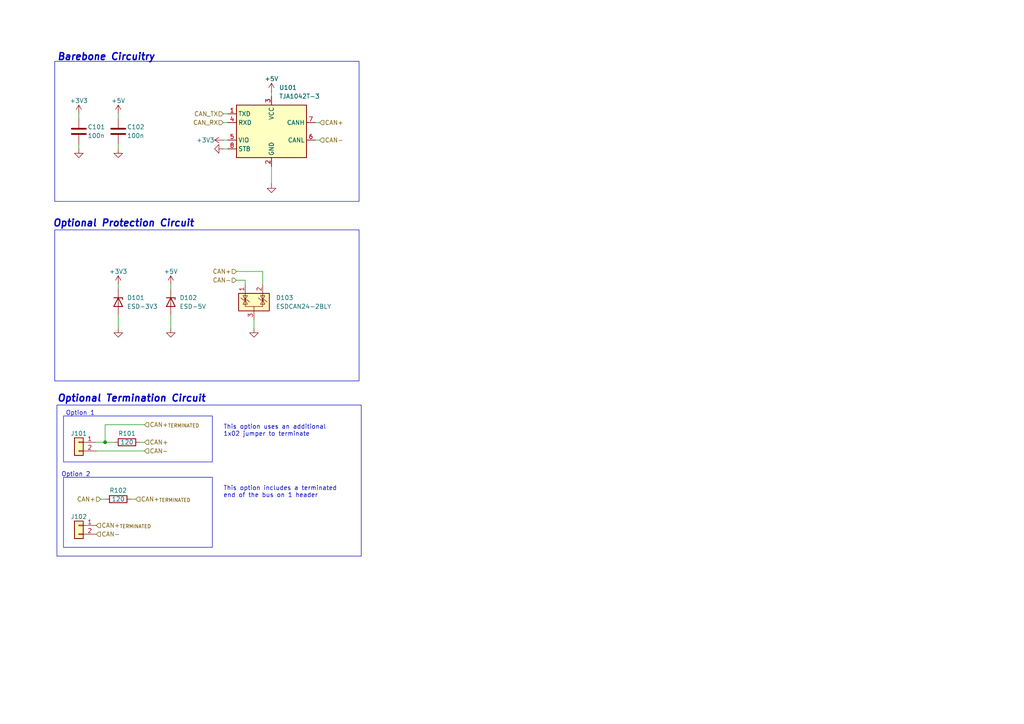
<source format=kicad_sch>
(kicad_sch (version 20231120) (generator "eeschema") (generator_version "8.0")
  (paper "A4")
  (title_block (title "TJA1042T") (date "2024-11-01") (rev "1") (company "Scott CJX"))
  (lib_symbols
    (symbol "Connector_Generic:Conn_01x02" (pin_names (offset 1.016) hide)
      (property "Reference" "J" (at 0 2.54 0))
      (property "Value" "Conn_01x02" (at 0 -5.08 0))
      (symbol "Conn_01x02_1_1"
        (rectangle (start -1.27 -2.413) (end 0 -2.667) (stroke (width 0.1524)))
        (rectangle (start -1.27 0.127) (end 0 -0.127) (stroke (width 0.1524)))
        (rectangle (start -1.27 1.27) (end 1.27 -3.81) (stroke (width 0.254)) (fill (type background)))
        (pin passive line (at -5.08 0 0) (length 3.81) (name "Pin_1") (number "1"))
        (pin passive line (at -5.08 -2.54 0) (length 3.81) (name "Pin_2") (number "2"))
      )
    )
    (symbol "Device:D_Zener" (pin_numbers hide) (pin_names (offset 1.016) hide)
      (property "Reference" "D" (at 0 2.54 0))
      (property "Value" "D_Zener" (at 0 -2.54 0))
      (symbol "D_Zener_0_1"
        (polyline (pts (xy 1.27 0) (xy -1.27 0)))
        (polyline (pts (xy -1.27 -1.27) (xy -1.27 1.27) (xy -0.762 1.27)) (stroke (width 0.254)))
        (polyline (pts (xy 1.27 -1.27) (xy 1.27 1.27) (xy -1.27 0) (xy 1.27 -1.27)) (stroke (width 0.254)))
      )
      (symbol "D_Zener_1_1"
        (pin passive line (at -3.81 0 0) (length 2.54) (name "K") (number "1"))
        (pin passive line (at 3.81 0 180) (length 2.54) (name "A") (number "2"))
      )
    )
    (symbol "Device:R" (pin_numbers hide) (pin_names (offset 0))
      (property "Reference" "R" (at 2.032 0 90))
      (property "Value" "R" (at 0 0 90))
      (symbol "R_0_1"
        (rectangle (start -1.016 -2.54) (end 1.016 2.54) (stroke (width 0.254)))
      )
      (symbol "R_1_1"
        (pin passive line (at 0 3.81 270) (length 1.27) (name "~") (number "1"))
        (pin passive line (at 0 -3.81 90) (length 1.27) (name "~") (number "2"))
      )
    )
    (symbol "Interface_CAN_LIN:TJA1042T-3"
      (property "Reference" "U" (at -10.16 8.89 0))
      (property "Value" "TJA1042T-3" (at 1.27 8.89 0))
      (symbol "TJA1042T-3_0_1"
        (rectangle (start -10.16 7.62) (end 10.16 -7.62) (stroke (width 0.254)) (fill (type background)))
      )
      (symbol "TJA1042T-3_1_1"
        (pin input line (at -12.7 5.08 0) (length 2.54) (name "TXD") (number "1"))
        (pin power_in line (at 0 -10.16 90) (length 2.54) (name "GND") (number "2"))
        (pin power_in line (at 0 10.16 270) (length 2.54) (name "VCC") (number "3"))
        (pin output line (at -12.7 2.54 0) (length 2.54) (name "RXD") (number "4"))
        (pin power_in line (at -12.7 -2.54 0) (length 2.54) (name "VIO") (number "5"))
        (pin bidirectional line (at 12.7 -2.54 180) (length 2.54) (name "CANL") (number "6"))
        (pin bidirectional line (at 12.7 2.54 180) (length 2.54) (name "CANH") (number "7"))
        (pin input line (at -12.7 -5.08 0) (length 2.54) (name "STB") (number "8"))
      )
    )
    (symbol "Power_Protection:NUP2105L" (pin_names hide)
      (property "Reference" "D" (at 5.715 2.54 0))
      (property "Value" "NUP2105L" (at 5.715 0.635 0))
      (symbol "NUP2105L_0_0"
        (pin passive line (at 0 -5.08 90) (length 2.54) (name "A") (number "3"))
      )
      (symbol "NUP2105L_0_1"
        (rectangle (start -4.445 2.54) (end 4.445 -2.54) (stroke (width 0.254)) (fill (type background)))
        (polyline (pts (xy -2.54 2.54) (xy -2.54 0.635)))
        (polyline (pts (xy 0 -1.27) (xy 0 -2.54)))
        (polyline (pts (xy 2.54 2.54) (xy 2.54 0.635)))
        (polyline (pts (xy -3.81 1.27) (xy -3.175 0.635) (xy -1.905 0.635) (xy -1.27 0)))
        (polyline (pts (xy -2.54 0.635) (xy -2.54 -1.27) (xy 2.54 -1.27) (xy 2.54 0.635)))
        (polyline (pts (xy -2.54 0.635) (xy -1.905 -0.635) (xy -3.175 -0.635) (xy -2.54 0.635)))
        (polyline (pts (xy 2.54 0.635) (xy 1.905 -0.635) (xy 3.175 -0.635) (xy 2.54 0.635)))
        (polyline (pts (xy 2.54 0.635) (xy 3.175 1.905) (xy 1.905 1.905) (xy 2.54 0.635)))
        (polyline (pts (xy -2.54 0.635) (xy -3.175 1.905) (xy -1.905 1.905) (xy -2.54 0.635) (xy -2.54 1.27)))
        (polyline (pts (xy 1.27 1.27) (xy 1.905 0.635) (xy 2.54 0.635) (xy 3.175 0.635) (xy 3.81 0)))
      )
      (symbol "NUP2105L_1_1"
        (pin passive line (at -2.54 5.08 270) (length 2.54) (name "K") (number "1"))
        (pin passive line (at 2.54 5.08 270) (length 2.54) (name "K") (number "2"))
      )
    )
    (symbol "power:+3V3" (power) (pin_numbers hide) (pin_names (offset 0) hide)
      (property "Value" "+3V3" (at 0 3.556 0))
      (symbol "+3V3_0_1"
        (polyline (pts (xy -0.762 1.27) (xy 0 2.54)))
        (polyline (pts (xy 0 0) (xy 0 2.54)))
        (polyline (pts (xy 0 2.54) (xy 0.762 1.27)))
      )
      (symbol "+3V3_1_1"
        (pin power_in line (at 0 0 90) (length 0) (name "~") (number "1"))
      )
    )
    (symbol "power:+5V" (power) (pin_numbers hide) (pin_names (offset 0) hide)
      (property "Value" "+5V" (at 0 3.556 0))
      (symbol "+5V_0_1"
        (polyline (pts (xy -0.762 1.27) (xy 0 2.54)))
        (polyline (pts (xy 0 0) (xy 0 2.54)))
        (polyline (pts (xy 0 2.54) (xy 0.762 1.27)))
      )
      (symbol "+5V_1_1"
        (pin power_in line (at 0 0 90) (length 0) (name "~") (number "1"))
      )
    )
    (symbol "power:GND" (power) (pin_numbers hide) (pin_names (offset 0) hide)
      (property "Value" "GND" (at 0 -3.81 0))
      (symbol "GND_0_1"
        (polyline (pts (xy 0 0) (xy 0 -1.27) (xy 1.27 -1.27) (xy 0 -2.54) (xy -1.27 -1.27) (xy 0 -1.27)))
      )
      (symbol "GND_1_1"
        (pin power_in line (at 0 0 270) (length 0) (name "~") (number "1"))
      )
    )
    (symbol "scottcjx-common-parts:100n" (pin_numbers hide) (pin_names (offset 0.254))
      (property "Reference" "C" (at 0.635 2.54 0))
      (property "Value" "100n" (at 0.635 -2.54 0))
      (symbol "100n_0_1"
        (polyline (pts (xy -2.032 -0.762) (xy 2.032 -0.762)) (stroke (width 0.508)))
        (polyline (pts (xy -2.032 0.762) (xy 2.032 0.762)) (stroke (width 0.508)))
      )
      (symbol "100n_1_1"
        (pin passive line (at 0 3.81 270) (length 2.794) (name "~") (number "1"))
        (pin passive line (at 0 -3.81 90) (length 2.794) (name "~") (number "2"))
      )
    )
  )
  (junction (at 30.48 128.27))
  (wire (pts (xy 38.1 144.78) (xy 39.37 144.78)))
  (wire (pts (xy 29.21 144.78) (xy 30.48 144.78)))
  (wire (pts (xy 30.48 123.19) (xy 30.48 128.27)))
  (wire (pts (xy 49.53 82.55) (xy 49.53 83.82)))
  (wire (pts (xy 66.04 33.02) (xy 64.77 33.02)))
  (wire (pts (xy 68.58 78.74) (xy 76.2 78.74)))
  (wire (pts (xy 76.2 78.74) (xy 76.2 82.55)))
  (wire (pts (xy 78.74 53.34) (xy 78.74 48.26)))
  (wire (pts (xy 33.02 128.27) (xy 30.48 128.27)))
  (wire (pts (xy 49.53 91.44) (xy 49.53 95.25)))
  (wire (pts (xy 73.66 92.71) (xy 73.66 95.25)))
  (wire (pts (xy 22.86 41.91) (xy 22.86 43.18)))
  (wire (pts (xy 91.44 40.64) (xy 92.71 40.64)))
  (wire (pts (xy 34.29 33.02) (xy 34.29 34.29)))
  (wire (pts (xy 66.04 35.56) (xy 64.77 35.56)))
  (wire (pts (xy 27.94 130.81) (xy 41.91 130.81)))
  (wire (pts (xy 64.77 43.18) (xy 66.04 43.18)))
  (wire (pts (xy 34.29 91.44) (xy 34.29 95.25)))
  (wire (pts (xy 64.77 40.64) (xy 66.04 40.64)))
  (wire (pts (xy 30.48 128.27) (xy 27.94 128.27)))
  (wire (pts (xy 71.12 81.28) (xy 71.12 82.55)))
  (wire (pts (xy 68.58 81.28) (xy 71.12 81.28)))
  (wire (pts (xy 78.74 26.67) (xy 78.74 27.94)))
  (wire (pts (xy 34.29 41.91) (xy 34.29 43.18)))
  (wire (pts (xy 22.86 33.02) (xy 22.86 34.29)))
  (wire (pts (xy 40.64 128.27) (xy 41.91 128.27)))
  (wire (pts (xy 91.44 35.56) (xy 92.71 35.56)))
  (wire (pts (xy 41.91 123.19) (xy 30.48 123.19)))
  (wire (pts (xy 34.29 82.55) (xy 34.29 83.82)))
  (rectangle (start 16.51 117.475) (end 104.775 161.29))
  (rectangle (start 15.875 66.675) (end 104.14 110.49))
  (rectangle (start 18.415 138.43) (end 61.595 158.75))
  (rectangle (start 15.875 17.78) (end 104.14 58.42))
  (rectangle (start 18.415 120.65) (end 61.595 133.985))
  (text "This option uses an additional \n1x02 jumper to terminate" (at 64.77 123.19 0) (effects (font (size 1.27 1.27)) (justify left top)))
  (text "Option 2" (at 17.78 138.43 0) (effects (font (size 1.27 1.27)) (justify left bottom)))
  (text "Option 1" (at 19.05 120.65 0) (effects (font (size 1.27 1.27)) (justify left bottom)))
  (text "This option includes a terminated \nend of the bus on 1 header" (at 64.77 140.97 0) (effects (font (size 1.27 1.27)) (justify left top)))
  (text "Optional Protection Circuit" (at 15.24 66.04 0) (effects (font (size 2 2) (thickness 0.4) (bold yes) (italic yes)) (justify left bottom)))
  (text "Barebone Circuitry" (at 16.51 17.78 0) (effects (font (size 2 2) (thickness 0.4) (bold yes) (italic yes)) (justify left bottom)))
  (text "Optional Termination Circuit" (at 16.51 116.84 0) (effects (font (size 2 2) (thickness 0.4) (bold yes) (italic yes)) (justify left bottom)))
  (hierarchical_label "CAN-" (shape input) (at 68.58 81.28 180))
  (hierarchical_label "CAN-" (shape input) (at 92.71 40.64 0))
  (hierarchical_label "CAN+" (shape input) (at 29.21 144.78 180))
  (hierarchical_label "CAN+" (shape input) (at 41.91 128.27 0))
  (hierarchical_label "CAN+_{TERMINATED}" (shape input) (at 39.37 144.78 0))
  (hierarchical_label "CAN+_{TERMINATED}" (shape input) (at 27.94 152.4 0))
  (hierarchical_label "CAN+_{TERMINATED}" (shape input) (at 41.91 123.19 0))
  (hierarchical_label "CAN_RX" (shape input) (at 64.77 35.56 180))
  (hierarchical_label "CAN_TX" (shape input) (at 64.77 33.02 180))
  (hierarchical_label "CAN+" (shape input) (at 68.58 78.74 180))
  (hierarchical_label "CAN+" (shape input) (at 92.71 35.56 0))
  (hierarchical_label "CAN-" (shape input) (at 27.94 154.94 0))
  (hierarchical_label "CAN-" (shape input) (at 41.91 130.81 0))
  (symbol (lib_id "power:GND") (at 73.66 95.25 0) (unit 1)
    (property "Reference" "#PWR0113" (effects (hide yes)))
    (property "Value" "GND" (effects (hide yes)))
    (property "Description" "Power symbol creates a global label with name \"GND\" , ground" (effects (hide yes)))
  )
  (symbol (lib_id "scottcjx-common-parts:100n") (at 34.29 38.1 0) (unit 1)
    (property "Reference" "C102" (at 36.83 36.83 0) (effects (justify left)))
    (property "Value" "100n" (at 36.83 39.37 0) (effects (justify left)))
    (property "Description" "Unpolarized capacitor" (effects (hide yes)))
  )
  (symbol (lib_id "power:GND") (at 78.74 53.34 0) (unit 1)
    (property "Reference" "#PWR0108" (effects (hide yes)))
    (property "Value" "GND" (effects (hide yes)))
    (property "Description" "Power symbol creates a global label with name \"GND\" , ground" (effects (hide yes)))
  )
  (symbol (lib_id "power:GND") (at 34.29 95.25 0) (unit 1)
    (property "Reference" "#PWR0111" (effects (hide yes)))
    (property "Value" "GND" (effects (hide yes)))
    (property "Description" "Power symbol creates a global label with name \"GND\" , ground" (effects (hide yes)))
  )
  (symbol (lib_id "Device:D_Zener") (at 49.53 87.63 270) (unit 1)
    (property "Reference" "D102" (at 52.07 86.36 90) (effects (justify left)))
    (property "Value" "ESD-5V" (at 52.07 88.9 90) (effects (justify left)))
    (property "Description" "Zener diode" (effects (hide yes)))
  )
  (symbol (lib_id "power:GND") (at 49.53 95.25 0) (unit 1)
    (property "Reference" "#PWR0112" (effects (hide yes)))
    (property "Value" "GND" (effects (hide yes)))
    (property "Description" "Power symbol creates a global label with name \"GND\" , ground" (effects (hide yes)))
  )
  (symbol (lib_id "Connector_Generic:Conn_01x02") (at 22.86 128.27 0) (mirror y) (unit 1)
    (property "Reference" "J101" (at 22.86 125.73 0))
    (property "Value" "Conn_01x02" (effects (hide yes)))
    (property "Description" "Generic connector, single row, 01x02, script generated (kicad-library-utils/schlib/autogen/connector/)" (effects (hide yes)))
  )
  (symbol (lib_id "Interface_CAN_LIN:TJA1042T-3") (at 78.74 38.1 0) (unit 1)
    (property "Reference" "U101" (at 80.9341 25.4 0) (effects (justify left)))
    (property "Value" "TJA1042T-3" (at 80.9341 27.94 0) (effects (justify left)))
    (property "Footprint" "Package_SO:SOIC-8_3.9x4.9mm_P1.27mm" (effects (hide yes)))
    (property "Datasheet" "http://www.nxp.com/docs/en/data-sheet/TJA1042.pdf" (effects (hide yes)))
    (property "Description" "High-Speed CAN Transceiver, separate VIO, standby mode, SOIC-8" (effects (hide yes)))
  )
  (symbol (lib_id "power:+5V") (at 49.53 82.55 0) (unit 1)
    (property "Reference" "#PWR0110" (effects (hide yes)))
    (property "Value" "+5V" (at 49.53 78.74 0))
    (property "Description" "Power symbol creates a global label with name \"+5V\"" (effects (hide yes)))
  )
  (symbol (lib_id "Device:D_Zener") (at 34.29 87.63 270) (unit 1)
    (property "Reference" "D101" (at 36.83 86.36 90) (effects (justify left)))
    (property "Value" "ESD-3V3" (at 36.83 88.9 90) (effects (justify left)))
    (property "Description" "Zener diode" (effects (hide yes)))
  )
  (symbol (lib_id "Power_Protection:NUP2105L") (at 73.66 87.63 0) (unit 1)
    (property "Reference" "D103" (at 80.01 86.3599 0) (effects (justify left)))
    (property "Value" "ESDCAN24-2BLY" (at 80.01 88.8999 0) (effects (justify left)))
    (property "Footprint" "Package_TO_SOT_SMD:SOT-23" (effects (hide yes)))
    (property "Description" "Dual Line CAN Bus Protector, 24Vrwm" (effects (hide yes)))
  )
  (symbol (lib_id "power:GND") (at 22.86 43.18 0) (unit 1)
    (property "Reference" "#PWR0105" (effects (hide yes)))
    (property "Value" "GND" (effects (hide yes)))
    (property "Description" "Power symbol creates a global label with name \"GND\" , ground" (effects (hide yes)))
  )
  (symbol (lib_id "Device:R") (at 36.83 128.27 270) (mirror x) (unit 1)
    (property "Reference" "R101" (at 36.83 125.73 90))
    (property "Value" "120" (at 36.83 128.27 90))
    (property "Description" "Resistor" (effects (hide yes)))
  )
  (symbol (lib_id "power:+3V3") (at 34.29 82.55 0) (unit 1)
    (property "Reference" "#PWR0109" (effects (hide yes)))
    (property "Value" "+3V3" (at 34.29 78.74 0))
    (property "Description" "Power symbol creates a global label with name \"+3V3\"" (effects (hide yes)))
  )
  (symbol (lib_id "power:+5V") (at 78.74 26.67 0) (unit 1)
    (property "Reference" "#PWR0101" (effects (hide yes)))
    (property "Value" "+5V" (at 78.74 22.86 0))
    (property "Description" "Power symbol creates a global label with name \"+5V\"" (effects (hide yes)))
  )
  (symbol (lib_id "Connector_Generic:Conn_01x02") (at 22.86 152.4 0) (mirror y) (unit 1)
    (property "Reference" "J102" (at 22.86 149.86 0))
    (property "Value" "Conn_01x02" (effects (hide yes)))
    (property "Description" "Generic connector, single row, 01x02, script generated (kicad-library-utils/schlib/autogen/connector/)" (effects (hide yes)))
  )
  (symbol (lib_id "Device:R") (at 34.29 144.78 270) (mirror x) (unit 1)
    (property "Reference" "R102" (at 34.29 142.24 90))
    (property "Value" "120" (at 34.29 144.78 90))
    (property "Description" "Resistor" (effects (hide yes)))
  )
  (symbol (lib_id "power:+3V3") (at 64.77 40.64 90) (unit 1)
    (property "Reference" "#PWR0104" (effects (hide yes)))
    (property "Value" "+3V3" (at 62.23 40.64 90) (effects (justify left)))
    (property "Description" "Power symbol creates a global label with name \"+3V3\"" (effects (hide yes)))
  )
  (symbol (lib_id "scottcjx-common-parts:100n") (at 22.86 38.1 0) (unit 1)
    (property "Reference" "C101" (at 25.4 36.83 0) (effects (justify left)))
    (property "Value" "100n" (at 25.4 39.37 0) (effects (justify left)))
    (property "Description" "Unpolarized capacitor" (effects (hide yes)))
  )
  (symbol (lib_id "power:+3V3") (at 22.86 33.02 0) (unit 1)
    (property "Reference" "#PWR0102" (effects (hide yes)))
    (property "Value" "+3V3" (at 22.86 29.21 0))
    (property "Description" "Power symbol creates a global label with name \"+3V3\"" (effects (hide yes)))
  )
  (symbol (lib_id "power:+5V") (at 34.29 33.02 0) (unit 1)
    (property "Reference" "#PWR0103" (effects (hide yes)))
    (property "Value" "+5V" (at 34.29 29.21 0))
    (property "Description" "Power symbol creates a global label with name \"+5V\"" (effects (hide yes)))
  )
  (symbol (lib_id "power:GND") (at 64.77 43.18 270) (unit 1)
    (property "Reference" "#PWR0107" (effects (hide yes)))
    (property "Value" "GND" (effects (hide yes)))
    (property "Description" "Power symbol creates a global label with name \"GND\" , ground" (effects (hide yes)))
  )
  (symbol (lib_id "power:GND") (at 34.29 43.18 0) (unit 1)
    (property "Reference" "#PWR0106" (effects (hide yes)))
    (property "Value" "GND" (effects (hide yes)))
    (property "Description" "Power symbol creates a global label with name \"GND\" , ground" (effects (hide yes)))
  )
)
</source>
